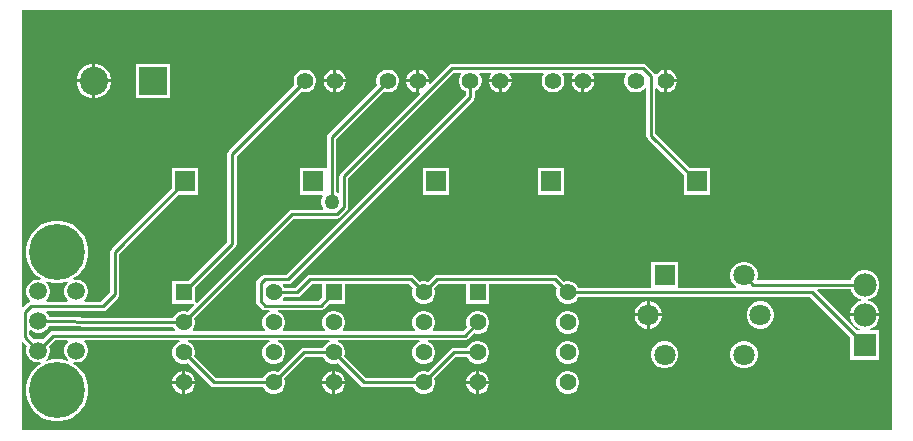
<source format=gbl>
G04*
G04 #@! TF.GenerationSoftware,Altium Limited,Altium Designer,23.2.1 (34)*
G04*
G04 Layer_Physical_Order=2*
G04 Layer_Color=16711680*
%FSLAX44Y44*%
%MOMM*%
G71*
G04*
G04 #@! TF.SameCoordinates,2F04A12E-80DC-47A9-97FB-97186C95C1CF*
G04*
G04*
G04 #@! TF.FilePolarity,Positive*
G04*
G01*
G75*
%ADD14C,0.2540*%
%ADD32C,1.5000*%
%ADD33C,4.7400*%
%ADD34C,2.4000*%
%ADD35R,2.4000X2.4000*%
%ADD36R,1.7250X1.7250*%
%ADD37C,1.4250*%
%ADD38R,1.4250X1.4250*%
%ADD39R,1.9800X1.9800*%
%ADD40C,1.9800*%
%ADD41R,1.8000X1.8000*%
%ADD42C,1.8000*%
%ADD43C,1.4160*%
%ADD44C,1.2700*%
G36*
X1003300Y260350D02*
X266700D01*
Y334877D01*
X267873Y335363D01*
X271311Y331925D01*
X270630Y329382D01*
Y326738D01*
X271314Y324184D01*
X272636Y321895D01*
X274505Y320026D01*
X276795Y318704D01*
X279348Y318020D01*
X281992D01*
X282444Y318141D01*
X282976Y316969D01*
X279943Y314942D01*
X276288Y311287D01*
X273416Y306990D01*
X271438Y302214D01*
X270430Y297145D01*
Y291976D01*
X271438Y286906D01*
X273416Y282131D01*
X276288Y277833D01*
X279943Y274178D01*
X284241Y271307D01*
X289016Y269329D01*
X294086Y268320D01*
X299254D01*
X304324Y269329D01*
X309099Y271307D01*
X313397Y274178D01*
X317052Y277833D01*
X319924Y282131D01*
X321902Y286906D01*
X322910Y291976D01*
Y297145D01*
X321902Y302214D01*
X319924Y306990D01*
X317052Y311287D01*
X313397Y314942D01*
X310364Y316969D01*
X310895Y318141D01*
X311348Y318020D01*
X313992D01*
X316545Y318704D01*
X318835Y320026D01*
X320704Y321895D01*
X322026Y324184D01*
X322710Y326738D01*
Y329382D01*
X322026Y331935D01*
X320704Y334225D01*
X319469Y335459D01*
X319995Y336729D01*
X400197D01*
X400365Y335459D01*
X400130Y335396D01*
X397925Y334124D01*
X396126Y332324D01*
X394854Y330121D01*
X394195Y327662D01*
Y325118D01*
X394854Y322659D01*
X396126Y320456D01*
X397925Y318656D01*
X400130Y317384D01*
X402588Y316725D01*
X405132D01*
X407419Y317338D01*
X426513Y298243D01*
X427773Y297401D01*
X429260Y297105D01*
X471143D01*
X472326Y295056D01*
X474126Y293256D01*
X476329Y291984D01*
X478788Y291325D01*
X481332D01*
X483791Y291984D01*
X485994Y293256D01*
X487794Y295056D01*
X489066Y297260D01*
X489725Y299718D01*
Y302262D01*
X489112Y304549D01*
X507069Y322505D01*
X521943D01*
X523126Y320456D01*
X524925Y318656D01*
X527130Y317384D01*
X529588Y316725D01*
X532132D01*
X534419Y317338D01*
X553513Y298243D01*
X554773Y297401D01*
X556260Y297105D01*
X598143D01*
X599326Y295056D01*
X601125Y293256D01*
X603330Y291984D01*
X605788Y291325D01*
X608332D01*
X610790Y291984D01*
X612994Y293256D01*
X614794Y295056D01*
X616066Y297260D01*
X616725Y299718D01*
Y302262D01*
X616112Y304549D01*
X634069Y322505D01*
X643863D01*
X645046Y320456D01*
X646845Y318656D01*
X649050Y317384D01*
X651508Y316725D01*
X654052D01*
X656510Y317384D01*
X658715Y318656D01*
X660514Y320456D01*
X661786Y322659D01*
X662445Y325118D01*
Y327662D01*
X661786Y330121D01*
X660514Y332324D01*
X658715Y334124D01*
X656510Y335396D01*
X654052Y336055D01*
X651508D01*
X649050Y335396D01*
X646845Y334124D01*
X645046Y332324D01*
X643863Y330275D01*
X632460D01*
X630973Y329979D01*
X629713Y329137D01*
X610619Y310042D01*
X608332Y310655D01*
X605788D01*
X603330Y309996D01*
X601125Y308724D01*
X599326Y306924D01*
X598143Y304875D01*
X557869D01*
X539912Y322831D01*
X540525Y325118D01*
Y327662D01*
X539866Y330121D01*
X538594Y332324D01*
X536795Y334124D01*
X534590Y335396D01*
X534355Y335459D01*
X534523Y336729D01*
X603397D01*
X603565Y335459D01*
X603330Y335396D01*
X601125Y334124D01*
X599326Y332324D01*
X598054Y330121D01*
X597395Y327662D01*
Y325118D01*
X598054Y322659D01*
X599326Y320456D01*
X601125Y318656D01*
X603330Y317384D01*
X605788Y316725D01*
X608332D01*
X610790Y317384D01*
X612994Y318656D01*
X614794Y320456D01*
X616066Y322659D01*
X616725Y325118D01*
Y327662D01*
X616066Y330121D01*
X614794Y332324D01*
X612994Y334124D01*
X610790Y335396D01*
X610555Y335459D01*
X610723Y336729D01*
X641604D01*
X643091Y337025D01*
X644351Y337867D01*
X649221Y342738D01*
X651508Y342125D01*
X654052D01*
X656510Y342784D01*
X658715Y344056D01*
X660514Y345855D01*
X661786Y348060D01*
X662445Y350518D01*
Y353062D01*
X661786Y355521D01*
X660514Y357724D01*
X658715Y359524D01*
X656510Y360796D01*
X654052Y361455D01*
X651508D01*
X649050Y360796D01*
X646845Y359524D01*
X645046Y357724D01*
X643774Y355521D01*
X643115Y353062D01*
Y350518D01*
X643728Y348231D01*
X639995Y344499D01*
X615096D01*
X614610Y345672D01*
X614794Y345855D01*
X616066Y348060D01*
X616725Y350518D01*
Y353062D01*
X616066Y355521D01*
X614794Y357724D01*
X612994Y359524D01*
X610790Y360796D01*
X608332Y361455D01*
X605788D01*
X603330Y360796D01*
X601125Y359524D01*
X599326Y357724D01*
X598054Y355521D01*
X597395Y353062D01*
Y350518D01*
X598054Y348060D01*
X599326Y345855D01*
X599510Y345672D01*
X599024Y344499D01*
X538896D01*
X538410Y345672D01*
X538594Y345855D01*
X539866Y348060D01*
X540525Y350518D01*
Y353062D01*
X539866Y355521D01*
X538594Y357724D01*
X536795Y359524D01*
X534590Y360796D01*
X532132Y361455D01*
X529588D01*
X527130Y360796D01*
X524925Y359524D01*
X523126Y357724D01*
X521854Y355521D01*
X521195Y353062D01*
Y350518D01*
X521854Y348060D01*
X523126Y345855D01*
X523310Y345672D01*
X522824Y344499D01*
X488096D01*
X487610Y345672D01*
X487794Y345855D01*
X489066Y348060D01*
X489725Y350518D01*
Y353062D01*
X489066Y355521D01*
X487794Y357724D01*
X485994Y359524D01*
X483791Y360796D01*
X483555Y360859D01*
X483723Y362129D01*
X519684D01*
X521171Y362425D01*
X522431Y363267D01*
X526689Y367525D01*
X540525D01*
Y384481D01*
X594275D01*
X598008Y380749D01*
X597395Y378462D01*
Y375918D01*
X598054Y373460D01*
X599326Y371255D01*
X601125Y369456D01*
X603330Y368184D01*
X605788Y367525D01*
X608332D01*
X610790Y368184D01*
X612994Y369456D01*
X614794Y371255D01*
X616066Y373460D01*
X616725Y375918D01*
Y378462D01*
X616112Y380749D01*
X619845Y384481D01*
X643115D01*
Y367525D01*
X662445D01*
Y384481D01*
X716195D01*
X719928Y380749D01*
X719315Y378462D01*
Y375918D01*
X719974Y373460D01*
X721246Y371255D01*
X723046Y369456D01*
X725249Y368184D01*
X727708Y367525D01*
X730252D01*
X732710Y368184D01*
X734914Y369456D01*
X736714Y371255D01*
X737897Y373305D01*
X934281D01*
X968000Y339586D01*
Y320200D01*
X992880D01*
Y345080D01*
X984670D01*
X984503Y346350D01*
X985242Y346548D01*
X988078Y348186D01*
X990395Y350502D01*
X992032Y353338D01*
X992880Y356502D01*
Y356870D01*
X980440D01*
X968000D01*
Y356502D01*
X968848Y353338D01*
X970486Y350502D01*
X972802Y348186D01*
X975638Y346548D01*
X976377Y346350D01*
X976209Y345080D01*
X973494D01*
X939992Y378582D01*
X940478Y379755D01*
X968602D01*
X968848Y378838D01*
X970486Y376002D01*
X972802Y373686D01*
X975638Y372048D01*
X977506Y371547D01*
Y370233D01*
X975638Y369732D01*
X972802Y368094D01*
X970486Y365778D01*
X968848Y362942D01*
X968000Y359778D01*
Y359410D01*
X980440D01*
X992880D01*
Y359778D01*
X992032Y362942D01*
X990395Y365778D01*
X988078Y368094D01*
X985242Y369732D01*
X983374Y370233D01*
Y371547D01*
X985242Y372048D01*
X988078Y373686D01*
X990395Y376002D01*
X992032Y378838D01*
X992880Y382002D01*
Y385278D01*
X992032Y388442D01*
X990395Y391278D01*
X988078Y393595D01*
X985242Y395232D01*
X982078Y396080D01*
X978802D01*
X975638Y395232D01*
X972802Y393595D01*
X970486Y391278D01*
X968848Y388442D01*
X968602Y387525D01*
X890002D01*
X889228Y388532D01*
X889677Y390208D01*
Y393247D01*
X888891Y396182D01*
X887372Y398813D01*
X885223Y400962D01*
X882592Y402481D01*
X879657Y403267D01*
X876618D01*
X873683Y402481D01*
X871052Y400962D01*
X868903Y398813D01*
X867384Y396182D01*
X866598Y393247D01*
Y390208D01*
X867384Y387273D01*
X868903Y384642D01*
X871052Y382493D01*
X871384Y382301D01*
X871055Y381075D01*
X822503D01*
Y403267D01*
X799423D01*
Y381075D01*
X737897D01*
X736714Y383125D01*
X734914Y384924D01*
X732710Y386196D01*
X730252Y386855D01*
X727708D01*
X725421Y386242D01*
X720551Y391113D01*
X719291Y391955D01*
X717804Y392251D01*
X618236D01*
X616749Y391955D01*
X615489Y391113D01*
X610619Y386242D01*
X608332Y386855D01*
X605788D01*
X603501Y386242D01*
X598631Y391113D01*
X597371Y391955D01*
X595884Y392251D01*
X511048D01*
X509561Y391955D01*
X508301Y391113D01*
X498263Y381075D01*
X488977D01*
X487794Y383125D01*
X487610Y383308D01*
X488096Y384481D01*
X492165D01*
X493652Y384777D01*
X494912Y385619D01*
X649177Y539884D01*
X650019Y541144D01*
X650315Y542631D01*
Y547395D01*
X652337Y548562D01*
X654128Y550353D01*
X655394Y552547D01*
X656050Y554994D01*
Y557527D01*
X655394Y559973D01*
X654208Y562027D01*
X654547Y563179D01*
X654596Y563297D01*
X663664D01*
X663713Y563179D01*
X664052Y562027D01*
X662866Y559973D01*
X662211Y557530D01*
X681449D01*
X680794Y559973D01*
X679608Y562027D01*
X679947Y563179D01*
X679996Y563297D01*
X708264D01*
X708313Y563179D01*
X708651Y562027D01*
X707466Y559973D01*
X706810Y557527D01*
Y554994D01*
X707466Y552547D01*
X708732Y550353D01*
X710523Y548562D01*
X712717Y547296D01*
X715163Y546640D01*
X717696D01*
X720143Y547296D01*
X722337Y548562D01*
X724128Y550353D01*
X725394Y552547D01*
X726050Y554994D01*
Y557527D01*
X725394Y559973D01*
X724208Y562027D01*
X724547Y563179D01*
X724596Y563297D01*
X733664D01*
X733713Y563179D01*
X734051Y562027D01*
X732866Y559973D01*
X732211Y557530D01*
X751449D01*
X750794Y559973D01*
X749608Y562027D01*
X749947Y563179D01*
X749996Y563297D01*
X778264D01*
X778313Y563179D01*
X778652Y562027D01*
X777466Y559973D01*
X776810Y557527D01*
Y554994D01*
X777466Y552547D01*
X778732Y550353D01*
X780523Y548562D01*
X782717Y547296D01*
X785164Y546640D01*
X787697D01*
X790143Y547296D01*
X792337Y548562D01*
X794128Y550353D01*
X794183Y550449D01*
X795453Y550108D01*
Y510032D01*
X795749Y508545D01*
X796591Y507285D01*
X827035Y476841D01*
Y460005D01*
X849365D01*
Y482335D01*
X832529D01*
X803223Y511641D01*
Y549483D01*
X804493Y549993D01*
X805923Y548562D01*
X808117Y547296D01*
X810560Y546641D01*
Y556260D01*
Y565879D01*
X808117Y565224D01*
X805923Y563958D01*
X804132Y562167D01*
X804073Y562064D01*
X802677Y562185D01*
X802085Y563071D01*
X795227Y569929D01*
X793967Y570771D01*
X792480Y571067D01*
X631190D01*
X629703Y570771D01*
X628443Y569929D01*
X612493Y553979D01*
X611354Y554636D01*
X611449Y554990D01*
X603100D01*
Y546641D01*
X603454Y546736D01*
X604111Y545597D01*
X536680Y478166D01*
X535838Y476906D01*
X535542Y475419D01*
Y461634D01*
X534272Y461167D01*
X532967Y461921D01*
Y507303D01*
X572908Y547244D01*
X575164Y546640D01*
X577697D01*
X580143Y547296D01*
X582337Y548562D01*
X584128Y550353D01*
X585395Y552547D01*
X586050Y554994D01*
Y557527D01*
X585395Y559973D01*
X584128Y562167D01*
X582337Y563958D01*
X580143Y565224D01*
X577697Y565880D01*
X575164D01*
X572717Y565224D01*
X570523Y563958D01*
X568732Y562167D01*
X567466Y559973D01*
X566810Y557527D01*
Y554994D01*
X567415Y552738D01*
X526335Y511659D01*
X525493Y510398D01*
X525197Y508912D01*
Y483102D01*
X524245Y482335D01*
X501915D01*
Y460005D01*
X520886D01*
X521609Y458735D01*
X520798Y457329D01*
X520192Y455068D01*
Y452728D01*
X520798Y450467D01*
X521847Y448649D01*
X521422Y447379D01*
X495565D01*
X494078Y447084D01*
X492818Y446241D01*
X414795Y368219D01*
X413525Y368745D01*
Y381361D01*
X447501Y415337D01*
X448343Y416597D01*
X448639Y418084D01*
Y492975D01*
X502908Y547244D01*
X505163Y546640D01*
X507696D01*
X510143Y547296D01*
X512337Y548562D01*
X514128Y550353D01*
X515394Y552547D01*
X516050Y554994D01*
Y557527D01*
X515394Y559973D01*
X514128Y562167D01*
X512337Y563958D01*
X510143Y565224D01*
X507696Y565880D01*
X505163D01*
X502717Y565224D01*
X500523Y563958D01*
X498732Y562167D01*
X497465Y559973D01*
X496810Y557527D01*
Y554994D01*
X497414Y552738D01*
X442007Y497331D01*
X441165Y496071D01*
X440869Y494584D01*
Y419693D01*
X408031Y386855D01*
X394195D01*
Y367525D01*
X412305D01*
X412831Y366255D01*
X407419Y360842D01*
X405132Y361455D01*
X402588D01*
X400130Y360796D01*
X397925Y359524D01*
X396126Y357724D01*
X394943Y355675D01*
X343701D01*
X290074Y356756D01*
X290026Y356935D01*
X288704Y359225D01*
X287577Y360351D01*
X288103Y361621D01*
X335280D01*
X336767Y361917D01*
X338027Y362759D01*
X348187Y372919D01*
X349029Y374179D01*
X349325Y375666D01*
Y409871D01*
X399459Y460005D01*
X416295D01*
Y482335D01*
X393965D01*
Y465499D01*
X342693Y414227D01*
X341851Y412967D01*
X341555Y411480D01*
Y377275D01*
X333671Y369391D01*
X319995D01*
X319469Y370661D01*
X320704Y371895D01*
X322026Y374185D01*
X322710Y376738D01*
Y379382D01*
X322026Y381936D01*
X320704Y384225D01*
X318835Y386094D01*
X316545Y387416D01*
X313992Y388100D01*
X311348D01*
X310894Y387979D01*
X310363Y389151D01*
X313397Y391178D01*
X317052Y394833D01*
X319924Y399131D01*
X321902Y403906D01*
X322910Y408976D01*
Y414145D01*
X321902Y419214D01*
X319924Y423990D01*
X317052Y428287D01*
X313397Y431942D01*
X309099Y434814D01*
X304324Y436792D01*
X299254Y437800D01*
X294086D01*
X289016Y436792D01*
X284241Y434814D01*
X279943Y431942D01*
X276288Y428287D01*
X273416Y423990D01*
X271438Y419214D01*
X270430Y414145D01*
Y408976D01*
X271438Y403906D01*
X273416Y399131D01*
X276288Y394833D01*
X279943Y391178D01*
X282977Y389151D01*
X282446Y387979D01*
X281992Y388100D01*
X279348D01*
X276795Y387416D01*
X274505Y386094D01*
X272636Y384225D01*
X271314Y381936D01*
X270630Y379382D01*
Y376738D01*
X271314Y374185D01*
X272636Y371895D01*
X273925Y370607D01*
X273507Y369229D01*
X272833Y369095D01*
X271573Y368253D01*
X267873Y364553D01*
X266700Y365039D01*
Y615950D01*
X1003300D01*
Y260350D01*
D02*
G37*
G36*
X521195Y373019D02*
X518075Y369899D01*
X488096D01*
X487610Y371072D01*
X487794Y371255D01*
X488977Y373305D01*
X499872D01*
X501359Y373601D01*
X502619Y374443D01*
X512657Y384481D01*
X521195D01*
Y373019D01*
D02*
G37*
G36*
X289016Y386329D02*
X294086Y385320D01*
X299254D01*
X304324Y386329D01*
X305382Y386767D01*
X306101Y385690D01*
X304636Y384225D01*
X303314Y381936D01*
X302630Y379382D01*
Y376738D01*
X303314Y374185D01*
X304636Y371895D01*
X305871Y370661D01*
X305345Y369391D01*
X287995D01*
X287469Y370661D01*
X288704Y371895D01*
X290026Y374185D01*
X290710Y376738D01*
Y379382D01*
X290026Y381936D01*
X288704Y384225D01*
X287239Y385690D01*
X287958Y386767D01*
X289016Y386329D01*
D02*
G37*
G36*
X638313Y563179D02*
X638652Y562027D01*
X637466Y559973D01*
X636810Y557527D01*
Y554994D01*
X637466Y552547D01*
X638732Y550353D01*
X640523Y548562D01*
X642545Y547395D01*
Y544240D01*
X490556Y392251D01*
X472440D01*
X470953Y391955D01*
X469693Y391113D01*
X466137Y387557D01*
X465295Y386297D01*
X464999Y384810D01*
Y369570D01*
X465295Y368083D01*
X466137Y366823D01*
X469693Y363267D01*
X470953Y362425D01*
X472440Y362129D01*
X476397D01*
X476565Y360859D01*
X476329Y360796D01*
X474126Y359524D01*
X472326Y357724D01*
X471054Y355521D01*
X470395Y353062D01*
Y350518D01*
X471054Y348060D01*
X472326Y345855D01*
X472510Y345672D01*
X472024Y344499D01*
X411896D01*
X411410Y345672D01*
X411594Y345855D01*
X412866Y348060D01*
X413525Y350518D01*
Y353062D01*
X412912Y355349D01*
X497174Y439610D01*
X533400D01*
X534887Y439906D01*
X536147Y440748D01*
X542174Y446775D01*
X543016Y448035D01*
X543312Y449522D01*
Y473810D01*
X632799Y563297D01*
X638264D01*
X638313Y563179D01*
D02*
G37*
G36*
X343584Y347906D02*
X343623Y347913D01*
X343662Y347905D01*
X394943D01*
X396126Y345855D01*
X396310Y345672D01*
X395824Y344499D01*
X293224D01*
X291738Y344203D01*
X290477Y343361D01*
X284535Y337418D01*
X281992Y338100D01*
X279348D01*
X276805Y337418D01*
X273125Y341099D01*
Y344747D01*
X274298Y345233D01*
X274505Y345026D01*
X276795Y343704D01*
X279348Y343020D01*
X281992D01*
X284545Y343704D01*
X286835Y345026D01*
X288704Y346895D01*
X289912Y348988D01*
X343584Y347906D01*
D02*
G37*
G36*
X305871Y335459D02*
X304636Y334225D01*
X303314Y331935D01*
X302630Y329382D01*
Y326738D01*
X303314Y324184D01*
X304636Y321895D01*
X306100Y320431D01*
X305381Y319354D01*
X304324Y319792D01*
X299254Y320800D01*
X294086D01*
X289016Y319792D01*
X287959Y319354D01*
X287240Y320431D01*
X288704Y321895D01*
X290026Y324184D01*
X290710Y326738D01*
Y329382D01*
X290029Y331925D01*
X294833Y336729D01*
X305345D01*
X305871Y335459D01*
D02*
G37*
G36*
X527365D02*
X527130Y335396D01*
X524925Y334124D01*
X523126Y332324D01*
X521943Y330275D01*
X505460D01*
X503973Y329979D01*
X502713Y329137D01*
X483619Y310042D01*
X481332Y310655D01*
X478788D01*
X476329Y309996D01*
X474126Y308724D01*
X472326Y306924D01*
X471143Y304875D01*
X430869D01*
X412912Y322831D01*
X413525Y325118D01*
Y327662D01*
X412866Y330121D01*
X411594Y332324D01*
X409795Y334124D01*
X407590Y335396D01*
X407355Y335459D01*
X407523Y336729D01*
X476397D01*
X476565Y335459D01*
X476329Y335396D01*
X474126Y334124D01*
X472326Y332324D01*
X471054Y330121D01*
X470395Y327662D01*
Y325118D01*
X471054Y322659D01*
X472326Y320456D01*
X474126Y318656D01*
X476329Y317384D01*
X478788Y316725D01*
X481332D01*
X483791Y317384D01*
X485994Y318656D01*
X487794Y320456D01*
X489066Y322659D01*
X489725Y325118D01*
Y327662D01*
X489066Y330121D01*
X487794Y332324D01*
X485994Y334124D01*
X483791Y335396D01*
X483555Y335459D01*
X483723Y336729D01*
X527197D01*
X527365Y335459D01*
D02*
G37*
%LPC*%
G36*
X329574Y570800D02*
X328930D01*
Y557530D01*
X342200D01*
Y558174D01*
X341209Y561872D01*
X339295Y565188D01*
X336588Y567895D01*
X333272Y569809D01*
X329574Y570800D01*
D02*
G37*
G36*
X813100Y565879D02*
Y557530D01*
X821449D01*
X820795Y559973D01*
X819528Y562167D01*
X817737Y563958D01*
X815543Y565224D01*
X813100Y565879D01*
D02*
G37*
G36*
X603100D02*
Y557530D01*
X611449D01*
X610794Y559973D01*
X609528Y562167D01*
X607737Y563958D01*
X605543Y565224D01*
X603100Y565879D01*
D02*
G37*
G36*
X600560D02*
X598117Y565224D01*
X595923Y563958D01*
X594132Y562167D01*
X592866Y559973D01*
X592211Y557530D01*
X600560D01*
Y565879D01*
D02*
G37*
G36*
X533100D02*
Y557530D01*
X541449D01*
X540794Y559973D01*
X539528Y562167D01*
X537737Y563958D01*
X535543Y565224D01*
X533100Y565879D01*
D02*
G37*
G36*
X530560D02*
X528117Y565224D01*
X525923Y563958D01*
X524132Y562167D01*
X522865Y559973D01*
X522211Y557530D01*
X530560D01*
Y565879D01*
D02*
G37*
G36*
X326390Y570800D02*
X325746D01*
X322048Y569809D01*
X318732Y567895D01*
X316025Y565188D01*
X314111Y561872D01*
X313120Y558174D01*
Y557530D01*
X326390D01*
Y570800D01*
D02*
G37*
G36*
X821449Y554990D02*
X813100D01*
Y546641D01*
X815543Y547296D01*
X817737Y548562D01*
X819528Y550353D01*
X820795Y552547D01*
X821449Y554990D01*
D02*
G37*
G36*
X751449D02*
X743100D01*
Y546641D01*
X745543Y547296D01*
X747737Y548562D01*
X749528Y550353D01*
X750794Y552547D01*
X751449Y554990D01*
D02*
G37*
G36*
X740560D02*
X732211D01*
X732866Y552547D01*
X734132Y550353D01*
X735923Y548562D01*
X738117Y547296D01*
X740560Y546641D01*
Y554990D01*
D02*
G37*
G36*
X681449D02*
X673100D01*
Y546641D01*
X675543Y547296D01*
X677737Y548562D01*
X679528Y550353D01*
X680794Y552547D01*
X681449Y554990D01*
D02*
G37*
G36*
X670560D02*
X662211D01*
X662866Y552547D01*
X664132Y550353D01*
X665923Y548562D01*
X668117Y547296D01*
X670560Y546641D01*
Y554990D01*
D02*
G37*
G36*
X600560D02*
X592211D01*
X592866Y552547D01*
X594132Y550353D01*
X595923Y548562D01*
X598117Y547296D01*
X600560Y546641D01*
Y554990D01*
D02*
G37*
G36*
X541449D02*
X533100D01*
Y546641D01*
X535543Y547296D01*
X537737Y548562D01*
X539528Y550353D01*
X540794Y552547D01*
X541449Y554990D01*
D02*
G37*
G36*
X530560D02*
X522211D01*
X522865Y552547D01*
X524132Y550353D01*
X525923Y548562D01*
X528117Y547296D01*
X530560Y546641D01*
Y554990D01*
D02*
G37*
G36*
X392200Y570800D02*
X363120D01*
Y541720D01*
X392200D01*
Y570800D01*
D02*
G37*
G36*
X342200Y554990D02*
X328930D01*
Y541720D01*
X329574D01*
X333272Y542711D01*
X336588Y544625D01*
X339295Y547332D01*
X341209Y550648D01*
X342200Y554346D01*
Y554990D01*
D02*
G37*
G36*
X326390D02*
X313120D01*
Y554346D01*
X314111Y550648D01*
X316025Y547332D01*
X318732Y544625D01*
X322048Y542711D01*
X325746Y541720D01*
X326390D01*
Y554990D01*
D02*
G37*
G36*
X726175Y482335D02*
X703845D01*
Y460005D01*
X726175D01*
Y482335D01*
D02*
G37*
G36*
X628385D02*
X606055D01*
Y460005D01*
X628385D01*
Y482335D01*
D02*
G37*
G36*
X798569Y369680D02*
X798320D01*
Y359410D01*
X808590D01*
Y359659D01*
X807803Y362594D01*
X806284Y365226D01*
X804136Y367374D01*
X801504Y368894D01*
X798569Y369680D01*
D02*
G37*
G36*
X795780D02*
X795531D01*
X792596Y368894D01*
X789964Y367374D01*
X787816Y365226D01*
X786296Y362594D01*
X785510Y359659D01*
Y359410D01*
X795780D01*
Y369680D01*
D02*
G37*
G36*
X893569D02*
X890531D01*
X887596Y368894D01*
X884964Y367374D01*
X882816Y365226D01*
X881296Y362594D01*
X880510Y359659D01*
Y356621D01*
X881296Y353686D01*
X882816Y351054D01*
X884964Y348906D01*
X887596Y347387D01*
X890531Y346600D01*
X893569D01*
X896504Y347387D01*
X899136Y348906D01*
X901284Y351054D01*
X902804Y353686D01*
X903590Y356621D01*
Y359659D01*
X902804Y362594D01*
X901284Y365226D01*
X899136Y367374D01*
X896504Y368894D01*
X893569Y369680D01*
D02*
G37*
G36*
X808590Y356870D02*
X798320D01*
Y346600D01*
X798569D01*
X801504Y347387D01*
X804136Y348906D01*
X806284Y351054D01*
X807803Y353686D01*
X808590Y356621D01*
Y356870D01*
D02*
G37*
G36*
X795780D02*
X785510D01*
Y356621D01*
X786296Y353686D01*
X787816Y351054D01*
X789964Y348906D01*
X792596Y347387D01*
X795531Y346600D01*
X795780D01*
Y356870D01*
D02*
G37*
G36*
X730252Y361455D02*
X727708D01*
X725249Y360796D01*
X723046Y359524D01*
X721246Y357724D01*
X719974Y355521D01*
X719315Y353062D01*
Y350518D01*
X719974Y348060D01*
X721246Y345855D01*
X723046Y344056D01*
X725249Y342784D01*
X727708Y342125D01*
X730252D01*
X732710Y342784D01*
X734914Y344056D01*
X736714Y345855D01*
X737986Y348060D01*
X738645Y350518D01*
Y353062D01*
X737986Y355521D01*
X736714Y357724D01*
X734914Y359524D01*
X732710Y360796D01*
X730252Y361455D01*
D02*
G37*
G36*
Y336055D02*
X727708D01*
X725249Y335396D01*
X723046Y334124D01*
X721246Y332324D01*
X719974Y330121D01*
X719315Y327662D01*
Y325118D01*
X719974Y322659D01*
X721246Y320456D01*
X723046Y318656D01*
X725249Y317384D01*
X727708Y316725D01*
X730252D01*
X732710Y317384D01*
X734914Y318656D01*
X736714Y320456D01*
X737986Y322659D01*
X738645Y325118D01*
Y327662D01*
X737986Y330121D01*
X736714Y332324D01*
X734914Y334124D01*
X732710Y335396D01*
X730252Y336055D01*
D02*
G37*
G36*
X879657Y336092D02*
X876618D01*
X873683Y335306D01*
X871052Y333787D01*
X868903Y331638D01*
X867384Y329007D01*
X866598Y326072D01*
Y323033D01*
X867384Y320098D01*
X868903Y317467D01*
X871052Y315318D01*
X873683Y313799D01*
X876618Y313013D01*
X879657D01*
X882592Y313799D01*
X885223Y315318D01*
X887372Y317467D01*
X888891Y320098D01*
X889677Y323033D01*
Y326072D01*
X888891Y329007D01*
X887372Y331638D01*
X885223Y333787D01*
X882592Y335306D01*
X879657Y336092D01*
D02*
G37*
G36*
X812482D02*
X809443D01*
X806508Y335306D01*
X803877Y333787D01*
X801728Y331638D01*
X800209Y329007D01*
X799423Y326072D01*
Y323033D01*
X800209Y320098D01*
X801728Y317467D01*
X803877Y315318D01*
X806508Y313799D01*
X809443Y313013D01*
X812482D01*
X815417Y313799D01*
X818048Y315318D01*
X820197Y317467D01*
X821716Y320098D01*
X822503Y323033D01*
Y326072D01*
X821716Y329007D01*
X820197Y331638D01*
X818048Y333787D01*
X815417Y335306D01*
X812482Y336092D01*
D02*
G37*
G36*
X654052Y310655D02*
X654050D01*
Y302260D01*
X662445D01*
Y302262D01*
X661786Y304720D01*
X660514Y306924D01*
X658715Y308724D01*
X656510Y309996D01*
X654052Y310655D01*
D02*
G37*
G36*
X651510D02*
X651508D01*
X649050Y309996D01*
X646845Y308724D01*
X645046Y306924D01*
X643774Y304720D01*
X643115Y302262D01*
Y302260D01*
X651510D01*
Y310655D01*
D02*
G37*
G36*
X532132D02*
X532130D01*
Y302260D01*
X540525D01*
Y302262D01*
X539866Y304720D01*
X538594Y306924D01*
X536795Y308724D01*
X534590Y309996D01*
X532132Y310655D01*
D02*
G37*
G36*
X529590D02*
X529588D01*
X527130Y309996D01*
X524925Y308724D01*
X523126Y306924D01*
X521854Y304720D01*
X521195Y302262D01*
Y302260D01*
X529590D01*
Y310655D01*
D02*
G37*
G36*
X405132D02*
X405130D01*
Y302260D01*
X413525D01*
Y302262D01*
X412866Y304720D01*
X411594Y306924D01*
X409795Y308724D01*
X407590Y309996D01*
X405132Y310655D01*
D02*
G37*
G36*
X402590D02*
X402588D01*
X400130Y309996D01*
X397925Y308724D01*
X396126Y306924D01*
X394854Y304720D01*
X394195Y302262D01*
Y302260D01*
X402590D01*
Y310655D01*
D02*
G37*
G36*
X730252D02*
X727708D01*
X725249Y309996D01*
X723046Y308724D01*
X721246Y306924D01*
X719974Y304720D01*
X719315Y302262D01*
Y299718D01*
X719974Y297260D01*
X721246Y295056D01*
X723046Y293256D01*
X725249Y291984D01*
X727708Y291325D01*
X730252D01*
X732710Y291984D01*
X734914Y293256D01*
X736714Y295056D01*
X737986Y297260D01*
X738645Y299718D01*
Y302262D01*
X737986Y304720D01*
X736714Y306924D01*
X734914Y308724D01*
X732710Y309996D01*
X730252Y310655D01*
D02*
G37*
G36*
X662445Y299720D02*
X654050D01*
Y291325D01*
X654052D01*
X656510Y291984D01*
X658715Y293256D01*
X660514Y295056D01*
X661786Y297260D01*
X662445Y299718D01*
Y299720D01*
D02*
G37*
G36*
X651510D02*
X643115D01*
Y299718D01*
X643774Y297260D01*
X645046Y295056D01*
X646845Y293256D01*
X649050Y291984D01*
X651508Y291325D01*
X651510D01*
Y299720D01*
D02*
G37*
G36*
X540525D02*
X532130D01*
Y291325D01*
X532132D01*
X534590Y291984D01*
X536795Y293256D01*
X538594Y295056D01*
X539866Y297260D01*
X540525Y299718D01*
Y299720D01*
D02*
G37*
G36*
X529590D02*
X521195D01*
Y299718D01*
X521854Y297260D01*
X523126Y295056D01*
X524925Y293256D01*
X527130Y291984D01*
X529588Y291325D01*
X529590D01*
Y299720D01*
D02*
G37*
G36*
X413525D02*
X405130D01*
Y291325D01*
X405132D01*
X407590Y291984D01*
X409795Y293256D01*
X411594Y295056D01*
X412866Y297260D01*
X413525Y299718D01*
Y299720D01*
D02*
G37*
G36*
X402590D02*
X394195D01*
Y299718D01*
X394854Y297260D01*
X396126Y295056D01*
X397925Y293256D01*
X400130Y291984D01*
X402588Y291325D01*
X402590D01*
Y299720D01*
D02*
G37*
%LPD*%
D14*
X403860Y351790D02*
X495565Y443495D01*
X533400D01*
X539427Y449522D01*
Y475419D01*
X631190Y567182D01*
X792480D01*
X799338Y560324D01*
Y510032D02*
Y560324D01*
Y510032D02*
X838200Y471170D01*
X343662Y351790D02*
X403860D01*
X280670Y353060D02*
X343662Y351790D01*
X632460Y326390D02*
X652780D01*
X607060Y300990D02*
X632460Y326390D01*
X556260Y300990D02*
X607060D01*
X530860Y326390D02*
X556260Y300990D01*
X429260D02*
X480060D01*
X403860Y326390D02*
X429260Y300990D01*
X505460Y326390D02*
X530860D01*
X480060Y300990D02*
X505460Y326390D01*
X935890Y377190D02*
X980440Y332640D01*
X728980Y377190D02*
X935890D01*
X480060D02*
X499872D01*
X511048Y388366D01*
X595884D01*
X607060Y377190D01*
X618236Y388366D01*
X717804D01*
X728980Y377190D01*
X519684Y366014D02*
X530860Y377190D01*
X472440Y366014D02*
X519684D01*
X468884Y369570D02*
X472440Y366014D01*
X468884Y369570D02*
Y384810D01*
X472440Y388366D01*
X492165D01*
X646430Y542631D01*
Y556260D01*
X269240Y339490D02*
X280670Y328060D01*
X269240Y339490D02*
Y360426D01*
X274320Y365506D01*
X335280D01*
X345440Y375666D01*
Y411480D01*
X405130Y471170D01*
X886225Y383640D02*
X980440D01*
X878137Y391727D02*
X886225Y383640D01*
X529082Y453898D02*
Y508912D01*
X576430Y556260D01*
X444754Y494584D02*
X506430Y556260D01*
X444754Y418084D02*
Y494584D01*
X403860Y377190D02*
X444754Y418084D01*
X280670Y328060D02*
X293224Y340614D01*
X641604D01*
X652780Y351790D01*
D32*
X280670Y378060D02*
D03*
Y353060D02*
D03*
Y328060D02*
D03*
X312670Y378060D02*
D03*
Y328060D02*
D03*
D33*
X296670Y411560D02*
D03*
Y294560D02*
D03*
D34*
X327660Y556260D02*
D03*
D35*
X377660D02*
D03*
D36*
X405130Y471170D02*
D03*
X513080D02*
D03*
X617220D02*
D03*
X715010D02*
D03*
X838200D02*
D03*
D37*
X480060Y377190D02*
D03*
Y351790D02*
D03*
Y326390D02*
D03*
Y300990D02*
D03*
X403860D02*
D03*
Y326390D02*
D03*
Y351790D02*
D03*
X607060Y377190D02*
D03*
Y351790D02*
D03*
Y326390D02*
D03*
Y300990D02*
D03*
X530860D02*
D03*
Y326390D02*
D03*
Y351790D02*
D03*
X728980Y377190D02*
D03*
Y351790D02*
D03*
Y326390D02*
D03*
Y300990D02*
D03*
X652780D02*
D03*
Y326390D02*
D03*
Y351790D02*
D03*
D38*
X403860Y377190D02*
D03*
X530860D02*
D03*
X652780D02*
D03*
D39*
X980440Y332640D02*
D03*
D40*
Y358140D02*
D03*
Y383640D02*
D03*
D41*
X810963Y391727D02*
D03*
D42*
X797050Y358140D02*
D03*
X810963Y324553D02*
D03*
X878137D02*
D03*
X892050Y358140D02*
D03*
X878137Y391727D02*
D03*
D43*
X506430Y556260D02*
D03*
X576430D02*
D03*
X646430D02*
D03*
X716430D02*
D03*
X786430D02*
D03*
X531830D02*
D03*
X601830D02*
D03*
X671830D02*
D03*
X741830D02*
D03*
X811830D02*
D03*
D44*
X529082Y453898D02*
D03*
M02*

</source>
